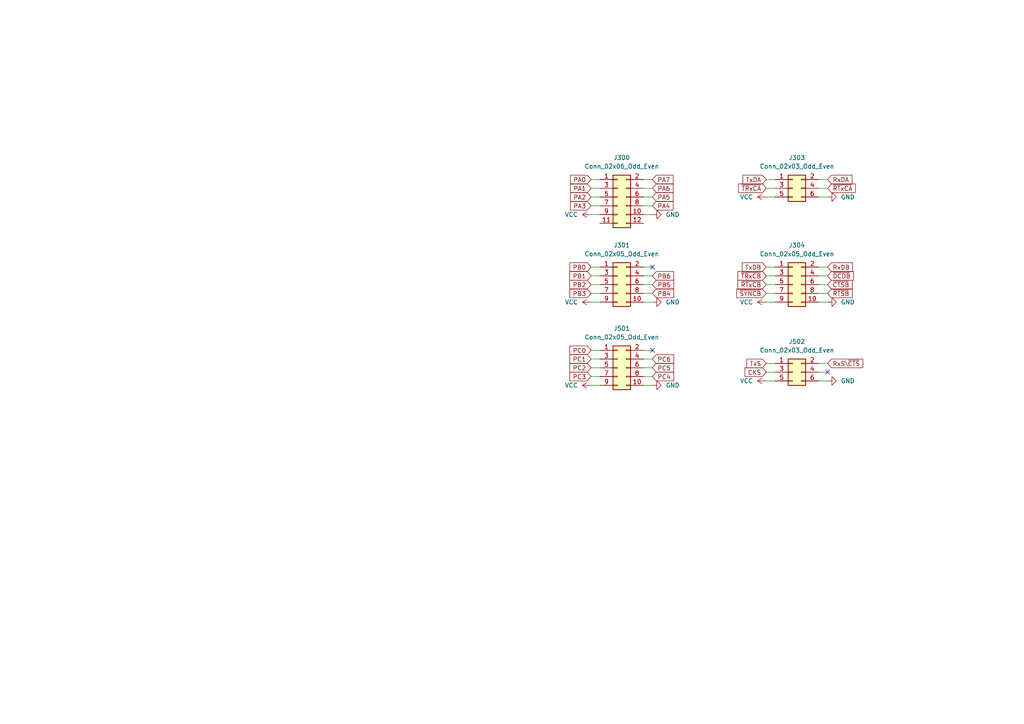
<source format=kicad_sch>
(kicad_sch (version 20211123) (generator eeschema)
  (paper "A4")
  (title_block (title "JupiterAce Z80 plus KIO and new memory format.") (date "2019-09-11") (rev "Alpha") (company "Ontobus") (comment 1 "John Bradley") (comment 2 "https://creativecommons.org/licenses/by-nc-sa/4.0/") (comment 3 "Attribution-NonCommercial-ShareAlike 4.0 International License.") (comment 4 "This work is licensed under a Creative Commons "))
  (lib_symbols
    (symbol "Connector_Generic:Conn_02x03_Odd_Even" (pin_names (offset 1.016) hide)
      (property "Reference" "J" (at 1.27 5.08 0))
      (property "Value" "Conn_02x03_Odd_Even" (at 1.27 -5.08 0))
      (symbol "Conn_02x03_Odd_Even_1_1"
        (rectangle (start -1.27 -2.413) (end 0 -2.667) (stroke (width 0.1524)))
        (rectangle (start -1.27 0.127) (end 0 -0.127) (stroke (width 0.1524)))
        (rectangle (start -1.27 2.667) (end 0 2.413) (stroke (width 0.1524)))
        (rectangle (start -1.27 3.81) (end 3.81 -3.81) (stroke (width 0.254)) (fill (type background)))
        (rectangle (start 3.81 -2.413) (end 2.54 -2.667) (stroke (width 0.1524)))
        (rectangle (start 3.81 0.127) (end 2.54 -0.127) (stroke (width 0.1524)))
        (rectangle (start 3.81 2.667) (end 2.54 2.413) (stroke (width 0.1524)))
        (pin passive line (at -5.08 2.54 0) (length 3.81) (name "Pin_1") (number "1"))
        (pin passive line (at 7.62 2.54 180) (length 3.81) (name "Pin_2") (number "2"))
        (pin passive line (at -5.08 0 0) (length 3.81) (name "Pin_3") (number "3"))
        (pin passive line (at 7.62 0 180) (length 3.81) (name "Pin_4") (number "4"))
        (pin passive line (at -5.08 -2.54 0) (length 3.81) (name "Pin_5") (number "5"))
        (pin passive line (at 7.62 -2.54 180) (length 3.81) (name "Pin_6") (number "6"))
      )
    )
    (symbol "Connector_Generic:Conn_02x05_Odd_Even" (pin_names (offset 1.016) hide)
      (property "Reference" "J" (at 1.27 7.62 0))
      (property "Value" "Conn_02x05_Odd_Even" (at 1.27 -7.62 0))
      (symbol "Conn_02x05_Odd_Even_1_1"
        (rectangle (start -1.27 -4.953) (end 0 -5.207) (stroke (width 0.1524)))
        (rectangle (start -1.27 -2.413) (end 0 -2.667) (stroke (width 0.1524)))
        (rectangle (start -1.27 0.127) (end 0 -0.127) (stroke (width 0.1524)))
        (rectangle (start -1.27 2.667) (end 0 2.413) (stroke (width 0.1524)))
        (rectangle (start -1.27 5.207) (end 0 4.953) (stroke (width 0.1524)))
        (rectangle (start -1.27 6.35) (end 3.81 -6.35) (stroke (width 0.254)) (fill (type background)))
        (rectangle (start 3.81 -4.953) (end 2.54 -5.207) (stroke (width 0.1524)))
        (rectangle (start 3.81 -2.413) (end 2.54 -2.667) (stroke (width 0.1524)))
        (rectangle (start 3.81 0.127) (end 2.54 -0.127) (stroke (width 0.1524)))
        (rectangle (start 3.81 2.667) (end 2.54 2.413) (stroke (width 0.1524)))
        (rectangle (start 3.81 5.207) (end 2.54 4.953) (stroke (width 0.1524)))
        (pin passive line (at -5.08 5.08 0) (length 3.81) (name "Pin_1") (number "1"))
        (pin passive line (at 7.62 -5.08 180) (length 3.81) (name "Pin_10") (number "10"))
        (pin passive line (at 7.62 5.08 180) (length 3.81) (name "Pin_2") (number "2"))
        (pin passive line (at -5.08 2.54 0) (length 3.81) (name "Pin_3") (number "3"))
        (pin passive line (at 7.62 2.54 180) (length 3.81) (name "Pin_4") (number "4"))
        (pin passive line (at -5.08 0 0) (length 3.81) (name "Pin_5") (number "5"))
        (pin passive line (at 7.62 0 180) (length 3.81) (name "Pin_6") (number "6"))
        (pin passive line (at -5.08 -2.54 0) (length 3.81) (name "Pin_7") (number "7"))
        (pin passive line (at 7.62 -2.54 180) (length 3.81) (name "Pin_8") (number "8"))
        (pin passive line (at -5.08 -5.08 0) (length 3.81) (name "Pin_9") (number "9"))
      )
    )
    (symbol "Connector_Generic:Conn_02x06_Odd_Even" (pin_names (offset 1.016) hide)
      (property "Reference" "J" (at 1.27 7.62 0))
      (property "Value" "Conn_02x06_Odd_Even" (at 1.27 -10.16 0))
      (symbol "Conn_02x06_Odd_Even_1_1"
        (rectangle (start -1.27 -7.493) (end 0 -7.747) (stroke (width 0.1524)))
        (rectangle (start -1.27 -4.953) (end 0 -5.207) (stroke (width 0.1524)))
        (rectangle (start -1.27 -2.413) (end 0 -2.667) (stroke (width 0.1524)))
        (rectangle (start -1.27 0.127) (end 0 -0.127) (stroke (width 0.1524)))
        (rectangle (start -1.27 2.667) (end 0 2.413) (stroke (width 0.1524)))
        (rectangle (start -1.27 5.207) (end 0 4.953) (stroke (width 0.1524)))
        (rectangle (start -1.27 6.35) (end 3.81 -8.89) (stroke (width 0.254)) (fill (type background)))
        (rectangle (start 3.81 -7.493) (end 2.54 -7.747) (stroke (width 0.1524)))
        (rectangle (start 3.81 -4.953) (end 2.54 -5.207) (stroke (width 0.1524)))
        (rectangle (start 3.81 -2.413) (end 2.54 -2.667) (stroke (width 0.1524)))
        (rectangle (start 3.81 0.127) (end 2.54 -0.127) (stroke (width 0.1524)))
        (rectangle (start 3.81 2.667) (end 2.54 2.413) (stroke (width 0.1524)))
        (rectangle (start 3.81 5.207) (end 2.54 4.953) (stroke (width 0.1524)))
        (pin passive line (at -5.08 5.08 0) (length 3.81) (name "Pin_1") (number "1"))
        (pin passive line (at 7.62 -5.08 180) (length 3.81) (name "Pin_10") (number "10"))
        (pin passive line (at -5.08 -7.62 0) (length 3.81) (name "Pin_11") (number "11"))
        (pin passive line (at 7.62 -7.62 180) (length 3.81) (name "Pin_12") (number "12"))
        (pin passive line (at 7.62 5.08 180) (length 3.81) (name "Pin_2") (number "2"))
        (pin passive line (at -5.08 2.54 0) (length 3.81) (name "Pin_3") (number "3"))
        (pin passive line (at 7.62 2.54 180) (length 3.81) (name "Pin_4") (number "4"))
        (pin passive line (at -5.08 0 0) (length 3.81) (name "Pin_5") (number "5"))
        (pin passive line (at 7.62 0 180) (length 3.81) (name "Pin_6") (number "6"))
        (pin passive line (at -5.08 -2.54 0) (length 3.81) (name "Pin_7") (number "7"))
        (pin passive line (at 7.62 -2.54 180) (length 3.81) (name "Pin_8") (number "8"))
        (pin passive line (at -5.08 -5.08 0) (length 3.81) (name "Pin_9") (number "9"))
      )
    )
    (symbol "power:GND" (power) (pin_names (offset 0))
      (property "Value" "GND" (at 0 -3.81 0))
      (symbol "GND_0_1"
        (polyline (pts (xy 0 0) (xy 0 -1.27) (xy 1.27 -1.27) (xy 0 -2.54) (xy -1.27 -1.27) (xy 0 -1.27)))
      )
      (symbol "GND_1_1"
        (pin power_in line (at 0 0 270) (length 0) hide (name "GND") (number "1"))
      )
    )
    (symbol "power:VCC" (power) (pin_names (offset 0))
      (property "Value" "VCC" (at 0 3.81 0))
      (symbol "VCC_0_1"
        (polyline (pts (xy -0.762 1.27) (xy 0 2.54)))
        (polyline (pts (xy 0 0) (xy 0 2.54)))
        (polyline (pts (xy 0 2.54) (xy 0.762 1.27)))
      )
      (symbol "VCC_1_1"
        (pin power_in line (at 0 0 90) (length 0) hide (name "VCC") (number "1"))
      )
    )
  )
  (no_connect (at 189.23 101.6))
  (no_connect (at 189.23 77.47))
  (no_connect (at 240.03 107.95))
  (no_connect (at 189.23 287.02))
  (wire (pts (xy 173.99 80.01) (xy 171.45 80.01)))
  (wire (pts (xy 186.69 54.61) (xy 189.23 54.61)))
  (wire (pts (xy 224.79 80.01) (xy 222.25 80.01)))
  (wire (pts (xy 186.69 104.14) (xy 189.23 104.14)))
  (wire (pts (xy 186.69 87.63) (xy 189.23 87.63)))
  (wire (pts (xy 173.99 104.14) (xy 171.45 104.14)))
  (wire (pts (xy 237.49 52.07) (xy 240.03 52.07)))
  (wire (pts (xy 224.79 105.41) (xy 222.25 105.41)))
  (wire (pts (xy 173.99 62.23) (xy 171.45 62.23)))
  (wire (pts (xy 173.99 59.69) (xy 171.45 59.69)))
  (wire (pts (xy 186.69 111.76) (xy 189.23 111.76)))
  (wire (pts (xy 224.79 82.55) (xy 222.25 82.55)))
  (wire (pts (xy 173.99 101.6) (xy 171.45 101.6)))
  (wire (pts (xy 224.79 57.15) (xy 222.25 57.15)))
  (wire (pts (xy 173.99 106.68) (xy 171.45 106.68)))
  (wire (pts (xy 224.79 110.49) (xy 222.25 110.49)))
  (wire (pts (xy 186.69 82.55) (xy 189.23 82.55)))
  (wire (pts (xy 173.99 87.63) (xy 171.45 87.63)))
  (wire (pts (xy 186.69 106.68) (xy 189.23 106.68)))
  (wire (pts (xy 186.69 62.23) (xy 189.23 62.23)))
  (wire (pts (xy 186.69 77.47) (xy 189.23 77.47)))
  (wire (pts (xy 237.49 82.55) (xy 240.03 82.55)))
  (wire (pts (xy 224.79 107.95) (xy 222.25 107.95)))
  (wire (pts (xy 237.49 110.49) (xy 240.03 110.49)))
  (wire (pts (xy 237.49 87.63) (xy 240.03 87.63)))
  (wire (pts (xy 186.69 80.01) (xy 189.23 80.01)))
  (wire (pts (xy 186.69 109.22) (xy 189.23 109.22)))
  (wire (pts (xy 237.49 77.47) (xy 240.03 77.47)))
  (wire (pts (xy 224.79 52.07) (xy 222.25 52.07)))
  (wire (pts (xy 224.79 87.63) (xy 222.25 87.63)))
  (wire (pts (xy 186.69 101.6) (xy 189.23 101.6)))
  (wire (pts (xy 186.69 59.69) (xy 189.23 59.69)))
  (wire (pts (xy 237.49 85.09) (xy 240.03 85.09)))
  (wire (pts (xy 186.69 85.09) (xy 189.23 85.09)))
  (wire (pts (xy 237.49 57.15) (xy 240.03 57.15)))
  (wire (pts (xy 173.99 52.07) (xy 171.45 52.07)))
  (wire (pts (xy 173.99 111.76) (xy 171.45 111.76)))
  (wire (pts (xy 173.99 57.15) (xy 171.45 57.15)))
  (wire (pts (xy 237.49 80.01) (xy 240.03 80.01)))
  (wire (pts (xy 237.49 54.61) (xy 240.03 54.61)))
  (wire (pts (xy 224.79 85.09) (xy 222.25 85.09)))
  (wire (pts (xy 224.79 54.61) (xy 222.25 54.61)))
  (wire (pts (xy 173.99 77.47) (xy 171.45 77.47)))
  (wire (pts (xy 186.69 57.15) (xy 189.23 57.15)))
  (wire (pts (xy 224.79 77.47) (xy 222.25 77.47)))
  (wire (pts (xy 173.99 85.09) (xy 171.45 85.09)))
  (wire (pts (xy 173.99 54.61) (xy 171.45 54.61)))
  (wire (pts (xy 237.49 105.41) (xy 240.03 105.41)))
  (wire (pts (xy 186.69 52.07) (xy 189.23 52.07)))
  (wire (pts (xy 173.99 109.22) (xy 171.45 109.22)))
  (wire (pts (xy 237.49 107.95) (xy 240.03 107.95)))
  (wire (pts (xy 173.99 82.55) (xy 171.45 82.55)))
  (global_label "PB3" (shape input) (at 171.45 85.09 180) (property "Intersheet References" "${INTERSHEET_REFS}" (at 165.3763 85.0106 0) (effects (justify right))))
  (global_label "PB6" (shape input) (at 189.23 80.01 0) (property "Intersheet References" "${INTERSHEET_REFS}" (at 195.3037 79.9306 0) (effects (justify left))))
  (global_label "PB0" (shape input) (at 171.45 77.47 180) (property "Intersheet References" "${INTERSHEET_REFS}" (at 165.3763 77.3906 0) (effects (justify right))))
  (global_label "PC0" (shape input) (at 171.45 101.6 180) (property "Intersheet References" "${INTERSHEET_REFS}" (at 165.3763 101.5206 0) (effects (justify right))))
  (global_label "TxDB" (shape input) (at 222.25 77.47 180) (property "Intersheet References" "${INTERSHEET_REFS}" (at 215.3901 77.3906 0) (effects (justify right))))
  (global_label "PC5" (shape input) (at 189.23 106.68 0) (property "Intersheet References" "${INTERSHEET_REFS}" (at 195.3037 106.6006 0) (effects (justify left))))
  (global_label "PA1" (shape input) (at 171.45 54.61 180) (property "Intersheet References" "${INTERSHEET_REFS}" (at 165.5577 54.5306 0) (effects (justify right))))
  (global_label "PC1" (shape input) (at 171.45 104.14 180) (property "Intersheet References" "${INTERSHEET_REFS}" (at 165.3763 104.0606 0) (effects (justify right))))
  (global_label "PC3" (shape input) (at 171.45 109.22 180) (property "Intersheet References" "${INTERSHEET_REFS}" (at 165.3763 109.1406 0) (effects (justify right))))
  (global_label "PA4" (shape input) (at 189.23 59.69 0) (property "Intersheet References" "${INTERSHEET_REFS}" (at 195.1223 59.6106 0) (effects (justify left))))
  (global_label "PC4" (shape input) (at 189.23 109.22 0) (property "Intersheet References" "${INTERSHEET_REFS}" (at 195.3037 109.1406 0) (effects (justify left))))
  (global_label "~{RTSB}" (shape input) (at 240.03 85.09 0) (property "Intersheet References" "${INTERSHEET_REFS}" (at 247.0713 85.0106 0) (effects (justify left))))
  (global_label "~{TRxCB}" (shape input) (at 222.25 80.01 180) (property "Intersheet References" "${INTERSHEET_REFS}" (at 214.1201 79.9306 0) (effects (justify right))))
  (global_label "PB5" (shape input) (at 189.23 82.55 0) (property "Intersheet References" "${INTERSHEET_REFS}" (at 195.3037 82.4706 0) (effects (justify left))))
  (global_label "TxDA" (shape input) (at 222.25 52.07 180) (property "Intersheet References" "${INTERSHEET_REFS}" (at 215.5715 51.9906 0) (effects (justify right))))
  (global_label "PB2" (shape input) (at 171.45 82.55 180) (property "Intersheet References" "${INTERSHEET_REFS}" (at 165.3763 82.4706 0) (effects (justify right))))
  (global_label "TxS" (shape input) (at 222.25 105.41 180) (property "Intersheet References" "${INTERSHEET_REFS}" (at 216.7206 105.3306 0) (effects (justify right))))
  (global_label "~{TRxCA}" (shape input) (at 222.25 54.61 180) (property "Intersheet References" "${INTERSHEET_REFS}" (at 214.3015 54.5306 0) (effects (justify right))))
  (global_label "~{CTSB}" (shape input) (at 240.03 82.55 0) (property "Intersheet References" "${INTERSHEET_REFS}" (at 247.0713 82.4706 0) (effects (justify left))))
  (global_label "RxDA" (shape input) (at 240.03 52.07 0) (property "Intersheet References" "${INTERSHEET_REFS}" (at 247.0109 51.9906 0) (effects (justify left))))
  (global_label "PB4" (shape input) (at 189.23 85.09 0) (property "Intersheet References" "${INTERSHEET_REFS}" (at 195.3037 85.0106 0) (effects (justify left))))
  (global_label "PC6" (shape input) (at 189.23 104.14 0) (property "Intersheet References" "${INTERSHEET_REFS}" (at 195.3037 104.0606 0) (effects (justify left))))
  (global_label "PB1" (shape input) (at 171.45 80.01 180) (property "Intersheet References" "${INTERSHEET_REFS}" (at 165.3763 79.9306 0) (effects (justify right))))
  (global_label "RxDB" (shape input) (at 240.03 77.47 0) (property "Intersheet References" "${INTERSHEET_REFS}" (at 247.1923 77.3906 0) (effects (justify left))))
  (global_label "PA0" (shape input) (at 171.45 52.07 180) (property "Intersheet References" "${INTERSHEET_REFS}" (at 165.5577 51.9906 0) (effects (justify right))))
  (global_label "PA7" (shape input) (at 189.23 52.07 0) (property "Intersheet References" "${INTERSHEET_REFS}" (at 195.1223 51.9906 0) (effects (justify left))))
  (global_label "~{DCDB}" (shape input) (at 240.03 80.01 0) (property "Intersheet References" "${INTERSHEET_REFS}" (at 247.4342 79.9306 0) (effects (justify left))))
  (global_label "~{RTxCB}" (shape input) (at 222.25 82.55 180) (property "Intersheet References" "${INTERSHEET_REFS}" (at 214.1201 82.4706 0) (effects (justify right))))
  (global_label "~{RTxCA}" (shape input) (at 240.03 54.61 0) (property "Intersheet References" "${INTERSHEET_REFS}" (at 247.9785 54.5306 0) (effects (justify left))))
  (global_label "PA2" (shape input) (at 171.45 57.15 180) (property "Intersheet References" "${INTERSHEET_REFS}" (at 165.5577 57.0706 0) (effects (justify right))))
  (global_label "RxS\\~{CTS}" (shape input) (at 240.03 105.41 0) (property "Intersheet References" "${INTERSHEET_REFS}" (at 250.1556 105.3306 0) (effects (justify left))))
  (global_label "PA5" (shape input) (at 189.23 57.15 0) (property "Intersheet References" "${INTERSHEET_REFS}" (at 195.1223 57.0706 0) (effects (justify left))))
  (global_label "~{SYNCB}" (shape input) (at 222.25 85.09 180) (property "Intersheet References" "${INTERSHEET_REFS}" (at 213.7572 85.0106 0) (effects (justify right))))
  (global_label "PA6" (shape input) (at 189.23 54.61 0) (property "Intersheet References" "${INTERSHEET_REFS}" (at 195.1223 54.5306 0) (effects (justify left))))
  (global_label "PA3" (shape input) (at 171.45 59.69 180) (property "Intersheet References" "${INTERSHEET_REFS}" (at 165.5577 59.6106 0) (effects (justify right))))
  (global_label "CKS" (shape input) (at 222.25 107.95 180) (property "Intersheet References" "${INTERSHEET_REFS}" (at 216.1763 107.8706 0) (effects (justify right))))
  (global_label "PC2" (shape input) (at 171.45 106.68 180) (property "Intersheet References" "${INTERSHEET_REFS}" (at 165.3763 106.6006 0) (effects (justify right))))
  (symbol (lib_id "Connector_Generic:Conn_02x06_Odd_Even") (at 179.07 57.15 0) (unit 1)
    (property "Reference" "J300" (at 180.34 45.72 0))
    (property "Value" "Conn_02x06_Odd_Even" (at 180.34 48.26 0))
    (property "Footprint" "Connector_PinHeader_2.54mm:PinHeader_2x06_P2.54mm_Vertical" (effects hide))
  )
  (symbol (lib_id "Connector_Generic:Conn_02x05_Odd_Even") (at 179.07 82.55 0) (unit 1)
    (property "Reference" "J301" (at 180.34 71.12 0))
    (property "Value" "Conn_02x05_Odd_Even" (at 180.34 73.66 0))
    (property "Footprint" "Connector_PinHeader_2.54mm:PinHeader_2x05_P2.54mm_Vertical" (effects hide))
  )
  (symbol (lib_id "power:VCC") (at 171.45 62.23 90) (unit 1)
    (property "Reference" "#PWR0103" (effects hide))
    (property "Value" "VCC" (at 167.64 62.2299 90) (effects (justify left)))
  )
  (symbol (lib_id "power:GND") (at 189.23 62.23 90) (unit 1)
    (property "Reference" "#PWR0104" (effects hide))
    (property "Value" "GND" (at 193.04 62.2299 90) (effects (justify right)))
  )
  (symbol (lib_id "power:VCC") (at 171.45 87.63 90) (unit 1)
    (property "Reference" "#PWR0105" (effects hide))
    (property "Value" "VCC" (at 167.64 87.6299 90) (effects (justify left)))
  )
  (symbol (lib_id "power:GND") (at 189.23 87.63 90) (unit 1)
    (property "Reference" "#PWR0106" (effects hide))
    (property "Value" "GND" (at 193.04 87.6299 90) (effects (justify right)))
  )
  (symbol (lib_id "power:VCC") (at 222.25 57.15 90) (unit 1)
    (property "Reference" "#PWR0107" (effects hide))
    (property "Value" "VCC" (at 218.44 57.1499 90) (effects (justify left)))
  )
  (symbol (lib_id "power:GND") (at 240.03 57.15 90) (unit 1)
    (property "Reference" "#PWR0108" (effects hide))
    (property "Value" "GND" (at 243.84 57.1499 90) (effects (justify right)))
  )
  (symbol (lib_id "power:VCC") (at 222.25 87.63 90) (unit 1)
    (property "Reference" "#PWR0109" (effects hide))
    (property "Value" "VCC" (at 218.44 87.6299 90) (effects (justify left)))
  )
  (symbol (lib_id "power:GND") (at 240.03 87.63 90) (unit 1)
    (property "Reference" "#PWR0110" (effects hide))
    (property "Value" "GND" (at 243.84 87.6299 90) (effects (justify right)))
  )
  (symbol (lib_id "Connector_Generic:Conn_02x03_Odd_Even") (at 229.87 107.95 0) (unit 1)
    (property "Reference" "J502" (at 231.14 99.06 0))
    (property "Value" "Conn_02x03_Odd_Even" (at 231.14 101.6 0))
    (property "Footprint" "Connector_PinHeader_2.54mm:PinHeader_2x03_P2.54mm_Vertical" (effects hide))
  )
  (symbol (lib_id "power:VCC") (at 222.25 110.49 90) (unit 1)
    (property "Reference" "#PWR0101" (effects hide))
    (property "Value" "VCC" (at 218.44 110.4899 90) (effects (justify left)))
  )
  (symbol (lib_id "power:GND") (at 240.03 110.49 90) (unit 1)
    (property "Reference" "#PWR0102" (effects hide))
    (property "Value" "GND" (at 243.84 110.4899 90) (effects (justify right)))
  )
  (symbol (lib_id "Connector_Generic:Conn_02x05_Odd_Even") (at 179.07 106.68 0) (unit 1)
    (property "Reference" "J501" (at 180.34 95.25 0))
    (property "Value" "Conn_02x05_Odd_Even" (at 180.34 97.79 0))
    (property "Footprint" "Connector_PinHeader_2.54mm:PinHeader_2x05_P2.54mm_Vertical" (effects hide))
  )
  (symbol (lib_id "power:VCC") (at 171.45 111.76 90) (unit 1)
    (property "Reference" "#PWR0111" (effects hide))
    (property "Value" "VCC" (at 167.64 111.7599 90) (effects (justify left)))
  )
  (symbol (lib_id "power:GND") (at 189.23 111.76 90) (unit 1)
    (property "Reference" "#PWR0112" (effects hide))
    (property "Value" "GND" (at 193.04 111.7599 90) (effects (justify right)))
  )
  (symbol (lib_id "Connector_Generic:Conn_02x03_Odd_Even") (at 229.87 54.61 0) (unit 1)
    (property "Reference" "J303" (at 231.14 45.72 0))
    (property "Value" "Conn_02x03_Odd_Even" (at 231.14 48.26 0))
    (property "Footprint" "Connector_PinHeader_2.54mm:PinHeader_2x03_P2.54mm_Vertical" (effects hide))
  )
  (symbol (lib_id "Connector_Generic:Conn_02x05_Odd_Even") (at 229.87 82.55 0) (unit 1)
    (property "Reference" "J304" (at 231.14 71.12 0))
    (property "Value" "Conn_02x05_Odd_Even" (at 231.14 73.66 0))
    (property "Footprint" "Connector_PinHeader_2.54mm:PinHeader_2x05_P2.54mm_Vertical" (effects hide))
  )
)
</source>
